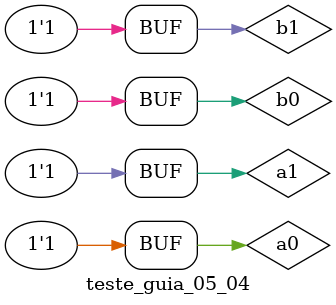
<source format=v>



module meia_subt (s0, s1, a, b);
	
	input   a, b;    
	output s0, s1;
	         
	wire  sn1, sn2, sn3, sn4, sn5, sn6, sn7;
	
		// instancia
	nor NOR1(sn1, a, a);
	nor NOR2(sn2, b, b);
	nor NOR3(sn3, a, b);
	nor NOR4(sn4, a, a);
	nor NOR5(sn5, sn1, sn2);
	nor NOR6(sn6, sn4, sn4);
	nor NOR7(sn7, b, b);
	
	nor NOR8(s0, sn5, sn3);
	nor NOR9(s1, sn6, sn7);
	
endmodule // meia_subt


// ---------------------
// -- subt_comp_1bit
// ---------------------

module subt_comp_1bit (s0, s1, a, b, c);
	
		// operador de diferença completa de 1 bit
	
	input   a, b, c;
	output s0, s1;
	
	wire sa1, sa2, sa3, sa4;
	
		// instancia	
	meia_subt SUBT1 (sa1, sa2, a, b);
	meia_subt SUBT2 (s0, sa3, sa1, c);
	nor NOR1(sa4, sa2, sa3);
	nor NOR2(s1, sa4, sa4);
	
endmodule // subt_comp_1bit


// ---------------------
// -- subt_comp_2bit
// ---------------------

module subt_comp_2bit (s0, s1, s2, a0, a1, b0, b1);
	
		// operador de diferença completa de 2 bit
	
	input   a0, a1, b0, b1;
	output s0, s1, s2;
	
	wire sa1;
	
		// instancia	
	subt_comp_1bit SUBT1 (s0, sa1, a0, b0, 0);
	subt_comp_1bit SUBT2 (s1, s2, a1, b1, sa1);
	
endmodule // subt_comp_2bit


// ---------------------
// -- guia 05_04 teste
// ---------------------


module teste_guia_05_04;

	reg a0, a1, b0, b1;
	wire s0, s1, s2;
	
		// instancia
	subt_comp_2bit SUBTC (s0, s1, s2, a0, a1, b0, b1);

	initial begin:start
		a0=0; a1=0; b0=0; b1=0;
	end

		// parte principal
	initial begin:main
		$display("Guia 05_04 - Mariana Ramos de Brito - 405820");
		$display("Teste do operador de subtracao completa de numeros com 2 bits cada, usando apenas portas nor.\n");
		$display("a1a0 - b1b0 = s2s1s0\n");
		$monitor("%b%b - %b%b = %b%b%b\n", a1, a0, b1, b0, s2, s1, s0);
		
		#1 a1=0; a0=1; b1=0; b0=0;
		#1 a1=1; a0=0; b1=0; b0=0;
		#1 a1=1; a0=1; b1=0; b0=0;
		
		#1 a1=0; a0=0; b1=0; b0=1;
		#1 a1=0; a0=1; b1=0; b0=1;
		#1 a1=1; a0=0; b1=0; b0=1;
		#1 a1=1; a0=1; b1=0; b0=1;
		
		#1 a1=0; a0=0; b1=1; b0=0;
		#1 a1=0; a0=1; b1=1; b0=0;
		#1 a1=1; a0=0; b1=1; b0=0;
		#1 a1=1; a0=1; b1=1; b0=0;
		
		#1 a1=0; a0=0; b1=1; b0=1;
		#1 a1=0; a0=1; b1=1; b0=1;
		#1 a1=1; a0=0; b1=1; b0=1;
		#1 a1=1; a0=1; b1=1; b0=1;
  		
	end

endmodule // guia_05_04
</source>
